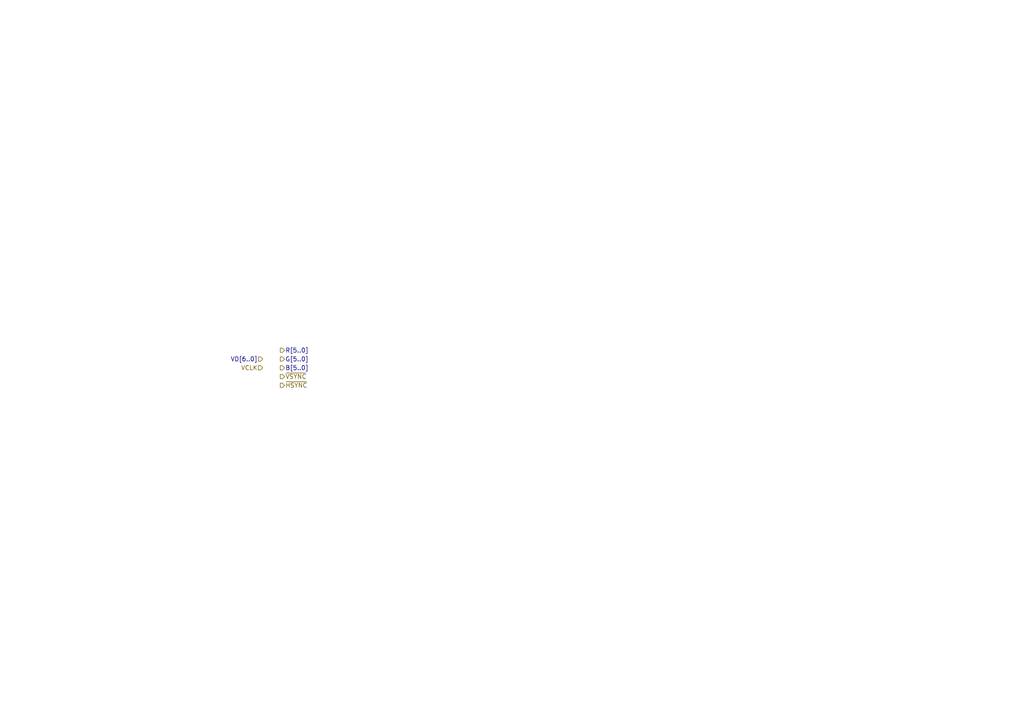
<source format=kicad_sch>
(kicad_sch (version 20230121) (generator eeschema)
  (paper "A4")
  (lib_symbols)
  (hierarchical_label "G[5..0]" (shape output) (at 81.28 104.14 0))
  (hierarchical_label "B[5..0]" (shape output) (at 81.28 106.68 0))
  (hierarchical_label "~{HSYNC}" (shape output) (at 81.28 111.76 0))
  (hierarchical_label "~{VSYNC}" (shape output) (at 81.28 109.22 0))
  (hierarchical_label "VCLK" (shape input) (at 76.2 106.68 180))
  (hierarchical_label "VD[6..0]" (shape input) (at 76.2 104.14 180))
  (hierarchical_label "R[5..0]" (shape output) (at 81.28 101.6 0))
)
</source>
